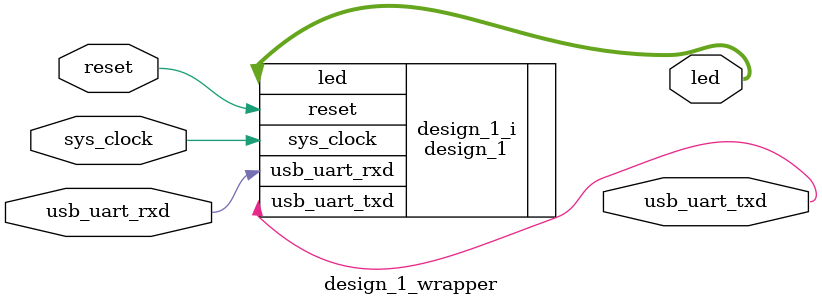
<source format=v>
`timescale 1 ps / 1 ps

module design_1_wrapper
   (led,
    reset,
    sys_clock,
    usb_uart_rxd,
    usb_uart_txd);
  output [7:0]led;
  input reset;
  input sys_clock;
  input usb_uart_rxd;
  output usb_uart_txd;

  wire [7:0]led;
  wire reset;
  wire sys_clock;
  wire usb_uart_rxd;
  wire usb_uart_txd;

  design_1 design_1_i
       (.led(led),
        .reset(reset),
        .sys_clock(sys_clock),
        .usb_uart_rxd(usb_uart_rxd),
        .usb_uart_txd(usb_uart_txd));
endmodule

</source>
